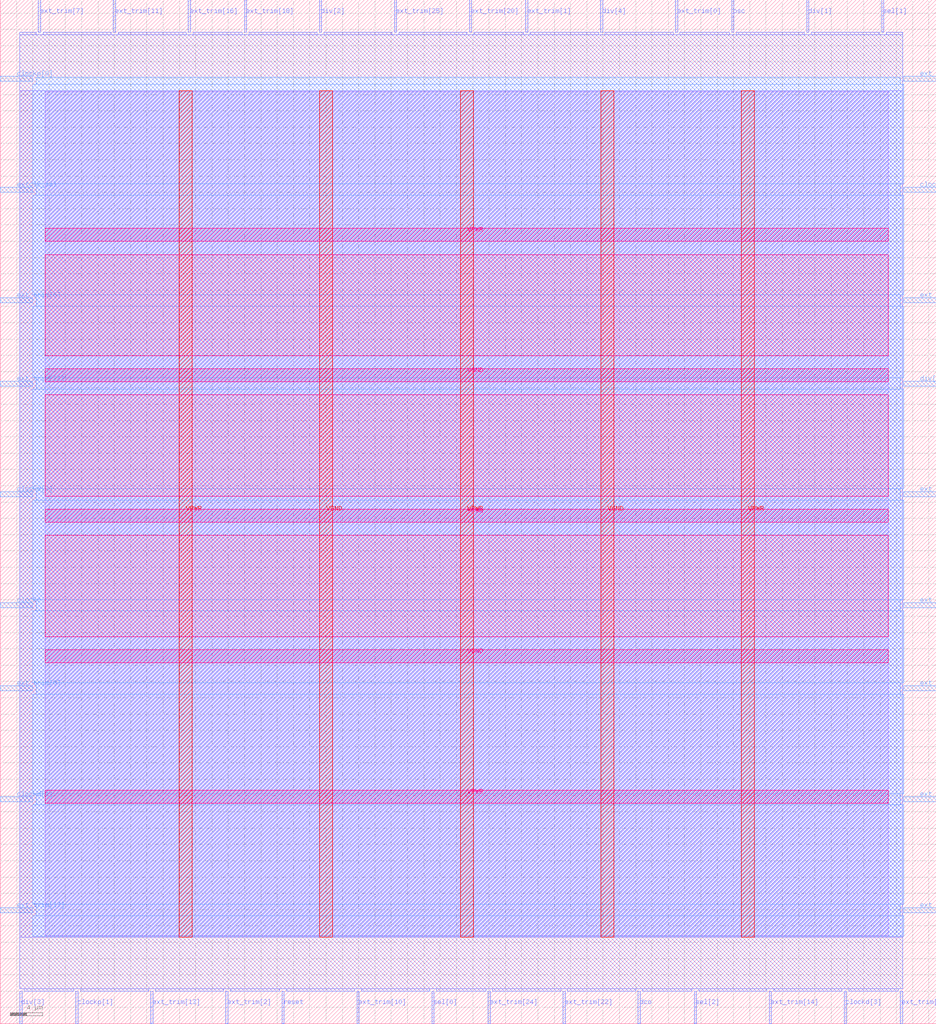
<source format=lef>
VERSION 5.7 ;
  NOWIREEXTENSIONATPIN ON ;
  DIVIDERCHAR "/" ;
  BUSBITCHARS "[]" ;
MACRO digital_pll
  CLASS BLOCK ;
  FOREIGN digital_pll ;
  ORIGIN 0.000 0.000 ;
  SIZE 114.895 BY 125.615 ;
  PIN clockc
    DIRECTION OUTPUT TRISTATE ;
    USE SIGNAL ;
    PORT
      LAYER met3 ;
        RECT 0.000 51.040 4.000 51.640 ;
    END
  END clockc
  PIN clockd[0]
    DIRECTION OUTPUT TRISTATE ;
    USE SIGNAL ;
    PORT
      LAYER met3 ;
        RECT 0.000 64.640 4.000 65.240 ;
    END
  END clockd[0]
  PIN clockd[1]
    DIRECTION OUTPUT TRISTATE ;
    USE SIGNAL ;
    PORT
      LAYER met3 ;
        RECT 0.000 27.240 4.000 27.840 ;
    END
  END clockd[1]
  PIN clockd[2]
    DIRECTION OUTPUT TRISTATE ;
    USE SIGNAL ;
    PORT
      LAYER met3 ;
        RECT 110.895 102.040 114.895 102.640 ;
    END
  END clockd[2]
  PIN clockd[3]
    DIRECTION OUTPUT TRISTATE ;
    USE SIGNAL ;
    PORT
      LAYER met2 ;
        RECT 103.590 0.000 103.870 4.000 ;
    END
  END clockd[3]
  PIN clockp[0]
    DIRECTION OUTPUT TRISTATE ;
    USE SIGNAL ;
    PORT
      LAYER met3 ;
        RECT 0.000 115.640 4.000 116.240 ;
    END
  END clockp[0]
  PIN clockp[1]
    DIRECTION OUTPUT TRISTATE ;
    USE SIGNAL ;
    PORT
      LAYER met2 ;
        RECT 9.290 0.000 9.570 4.000 ;
    END
  END clockp[1]
  PIN dco
    DIRECTION INPUT ;
    USE SIGNAL ;
    PORT
      LAYER met2 ;
        RECT 78.290 0.000 78.570 4.000 ;
    END
  END dco
  PIN div[0]
    DIRECTION INPUT ;
    USE SIGNAL ;
    PORT
      LAYER met3 ;
        RECT 110.895 78.240 114.895 78.840 ;
    END
  END div[0]
  PIN div[1]
    DIRECTION INPUT ;
    USE SIGNAL ;
    PORT
      LAYER met2 ;
        RECT 98.990 121.615 99.270 125.615 ;
    END
  END div[1]
  PIN div[2]
    DIRECTION INPUT ;
    USE SIGNAL ;
    PORT
      LAYER met2 ;
        RECT 39.190 121.615 39.470 125.615 ;
    END
  END div[2]
  PIN div[3]
    DIRECTION INPUT ;
    USE SIGNAL ;
    PORT
      LAYER met2 ;
        RECT 2.390 0.000 2.670 4.000 ;
    END
  END div[3]
  PIN div[4]
    DIRECTION INPUT ;
    USE SIGNAL ;
    PORT
      LAYER met2 ;
        RECT 73.690 121.615 73.970 125.615 ;
    END
  END div[4]
  PIN ext_trim[0]
    DIRECTION INPUT ;
    USE SIGNAL ;
    PORT
      LAYER met2 ;
        RECT 82.890 121.615 83.170 125.615 ;
    END
  END ext_trim[0]
  PIN ext_trim[10]
    DIRECTION INPUT ;
    USE SIGNAL ;
    PORT
      LAYER met2 ;
        RECT 43.790 0.000 44.070 4.000 ;
    END
  END ext_trim[10]
  PIN ext_trim[11]
    DIRECTION INPUT ;
    USE SIGNAL ;
    PORT
      LAYER met2 ;
        RECT 13.890 121.615 14.170 125.615 ;
    END
  END ext_trim[11]
  PIN ext_trim[12]
    DIRECTION INPUT ;
    USE SIGNAL ;
    PORT
      LAYER met3 ;
        RECT 110.895 27.240 114.895 27.840 ;
    END
  END ext_trim[12]
  PIN ext_trim[13]
    DIRECTION INPUT ;
    USE SIGNAL ;
    PORT
      LAYER met2 ;
        RECT 18.490 0.000 18.770 4.000 ;
    END
  END ext_trim[13]
  PIN ext_trim[14]
    DIRECTION INPUT ;
    USE SIGNAL ;
    PORT
      LAYER met2 ;
        RECT 94.390 0.000 94.670 4.000 ;
    END
  END ext_trim[14]
  PIN ext_trim[15]
    DIRECTION INPUT ;
    USE SIGNAL ;
    PORT
      LAYER met3 ;
        RECT 110.895 88.440 114.895 89.040 ;
    END
  END ext_trim[15]
  PIN ext_trim[16]
    DIRECTION INPUT ;
    USE SIGNAL ;
    PORT
      LAYER met2 ;
        RECT 23.090 121.615 23.370 125.615 ;
    END
  END ext_trim[16]
  PIN ext_trim[17]
    DIRECTION INPUT ;
    USE SIGNAL ;
    PORT
      LAYER met3 ;
        RECT 0.000 13.640 4.000 14.240 ;
    END
  END ext_trim[17]
  PIN ext_trim[18]
    DIRECTION INPUT ;
    USE SIGNAL ;
    PORT
      LAYER met2 ;
        RECT 29.990 121.615 30.270 125.615 ;
    END
  END ext_trim[18]
  PIN ext_trim[19]
    DIRECTION INPUT ;
    USE SIGNAL ;
    PORT
      LAYER met3 ;
        RECT 110.895 51.040 114.895 51.640 ;
    END
  END ext_trim[19]
  PIN ext_trim[1]
    DIRECTION INPUT ;
    USE SIGNAL ;
    PORT
      LAYER met2 ;
        RECT 64.490 121.615 64.770 125.615 ;
    END
  END ext_trim[1]
  PIN ext_trim[20]
    DIRECTION INPUT ;
    USE SIGNAL ;
    PORT
      LAYER met2 ;
        RECT 57.590 121.615 57.870 125.615 ;
    END
  END ext_trim[20]
  PIN ext_trim[21]
    DIRECTION INPUT ;
    USE SIGNAL ;
    PORT
      LAYER met3 ;
        RECT 0.000 78.240 4.000 78.840 ;
    END
  END ext_trim[21]
  PIN ext_trim[22]
    DIRECTION INPUT ;
    USE SIGNAL ;
    PORT
      LAYER met2 ;
        RECT 69.090 0.000 69.370 4.000 ;
    END
  END ext_trim[22]
  PIN ext_trim[23]
    DIRECTION INPUT ;
    USE SIGNAL ;
    PORT
      LAYER met3 ;
        RECT 110.895 115.640 114.895 116.240 ;
    END
  END ext_trim[23]
  PIN ext_trim[24]
    DIRECTION INPUT ;
    USE SIGNAL ;
    PORT
      LAYER met2 ;
        RECT 59.890 0.000 60.170 4.000 ;
    END
  END ext_trim[24]
  PIN ext_trim[25]
    DIRECTION INPUT ;
    USE SIGNAL ;
    PORT
      LAYER met2 ;
        RECT 48.390 121.615 48.670 125.615 ;
    END
  END ext_trim[25]
  PIN ext_trim[2]
    DIRECTION INPUT ;
    USE SIGNAL ;
    PORT
      LAYER met2 ;
        RECT 27.690 0.000 27.970 4.000 ;
    END
  END ext_trim[2]
  PIN ext_trim[3]
    DIRECTION INPUT ;
    USE SIGNAL ;
    PORT
      LAYER met3 ;
        RECT 110.895 40.840 114.895 41.440 ;
    END
  END ext_trim[3]
  PIN ext_trim[4]
    DIRECTION INPUT ;
    USE SIGNAL ;
    PORT
      LAYER met2 ;
        RECT 110.490 0.000 110.770 4.000 ;
    END
  END ext_trim[4]
  PIN ext_trim[5]
    DIRECTION INPUT ;
    USE SIGNAL ;
    PORT
      LAYER met3 ;
        RECT 110.895 64.640 114.895 65.240 ;
    END
  END ext_trim[5]
  PIN ext_trim[6]
    DIRECTION INPUT ;
    USE SIGNAL ;
    PORT
      LAYER met3 ;
        RECT 0.000 88.440 4.000 89.040 ;
    END
  END ext_trim[6]
  PIN ext_trim[7]
    DIRECTION INPUT ;
    USE SIGNAL ;
    PORT
      LAYER met2 ;
        RECT 4.690 121.615 4.970 125.615 ;
    END
  END ext_trim[7]
  PIN ext_trim[8]
    DIRECTION INPUT ;
    USE SIGNAL ;
    PORT
      LAYER met3 ;
        RECT 0.000 40.840 4.000 41.440 ;
    END
  END ext_trim[8]
  PIN ext_trim[9]
    DIRECTION INPUT ;
    USE SIGNAL ;
    PORT
      LAYER met3 ;
        RECT 110.895 13.640 114.895 14.240 ;
    END
  END ext_trim[9]
  PIN extclk_sel
    DIRECTION INPUT ;
    USE SIGNAL ;
    PORT
      LAYER met3 ;
        RECT 0.000 102.040 4.000 102.640 ;
    END
  END extclk_sel
  PIN osc
    DIRECTION INPUT ;
    USE SIGNAL ;
    PORT
      LAYER met2 ;
        RECT 89.790 121.615 90.070 125.615 ;
    END
  END osc
  PIN reset
    DIRECTION INPUT ;
    USE SIGNAL ;
    PORT
      LAYER met2 ;
        RECT 34.590 0.000 34.870 4.000 ;
    END
  END reset
  PIN sel[0]
    DIRECTION INPUT ;
    USE SIGNAL ;
    PORT
      LAYER met2 ;
        RECT 52.990 0.000 53.270 4.000 ;
    END
  END sel[0]
  PIN sel[1]
    DIRECTION INPUT ;
    USE SIGNAL ;
    PORT
      LAYER met2 ;
        RECT 108.190 121.615 108.470 125.615 ;
    END
  END sel[1]
  PIN sel[2]
    DIRECTION INPUT ;
    USE SIGNAL ;
    PORT
      LAYER met2 ;
        RECT 85.190 0.000 85.470 4.000 ;
    END
  END sel[2]
  PIN VPWR
    DIRECTION INOUT ;
    USE POWER ;
    PORT
      LAYER met4 ;
        RECT 90.970 10.640 92.570 114.480 ;
    END
  END VPWR
  PIN VPWR
    DIRECTION INOUT ;
    USE POWER ;
    PORT
      LAYER met4 ;
        RECT 56.470 10.640 58.070 114.480 ;
    END
  END VPWR
  PIN VPWR
    DIRECTION INOUT ;
    USE POWER ;
    PORT
      LAYER met4 ;
        RECT 21.970 10.640 23.570 114.480 ;
    END
  END VPWR
  PIN VPWR
    DIRECTION INOUT ;
    USE POWER ;
    PORT
      LAYER met5 ;
        RECT 5.520 95.975 109.020 97.575 ;
    END
  END VPWR
  PIN VPWR
    DIRECTION INOUT ;
    USE POWER ;
    PORT
      LAYER met5 ;
        RECT 5.520 61.520 109.020 63.120 ;
    END
  END VPWR
  PIN VPWR
    DIRECTION INOUT ;
    USE POWER ;
    PORT
      LAYER met5 ;
        RECT 5.520 27.065 109.020 28.665 ;
    END
  END VPWR
  PIN VGND
    DIRECTION INOUT ;
    USE GROUND ;
    PORT
      LAYER met4 ;
        RECT 73.720 10.640 75.320 114.480 ;
    END
  END VGND
  PIN VGND
    DIRECTION INOUT ;
    USE GROUND ;
    PORT
      LAYER met4 ;
        RECT 39.220 10.640 40.820 114.480 ;
    END
  END VGND
  PIN VGND
    DIRECTION INOUT ;
    USE GROUND ;
    PORT
      LAYER met5 ;
        RECT 5.520 78.745 109.020 80.345 ;
    END
  END VGND
  PIN VGND
    DIRECTION INOUT ;
    USE GROUND ;
    PORT
      LAYER met5 ;
        RECT 5.520 44.295 109.020 45.895 ;
    END
  END VGND
  OBS
      LAYER li1 ;
        RECT 5.520 10.795 109.020 114.325 ;
      LAYER met1 ;
        RECT 2.370 10.640 110.790 114.480 ;
      LAYER met2 ;
        RECT 2.400 121.335 4.410 121.615 ;
        RECT 5.250 121.335 13.610 121.615 ;
        RECT 14.450 121.335 22.810 121.615 ;
        RECT 23.650 121.335 29.710 121.615 ;
        RECT 30.550 121.335 38.910 121.615 ;
        RECT 39.750 121.335 48.110 121.615 ;
        RECT 48.950 121.335 57.310 121.615 ;
        RECT 58.150 121.335 64.210 121.615 ;
        RECT 65.050 121.335 73.410 121.615 ;
        RECT 74.250 121.335 82.610 121.615 ;
        RECT 83.450 121.335 89.510 121.615 ;
        RECT 90.350 121.335 98.710 121.615 ;
        RECT 99.550 121.335 107.910 121.615 ;
        RECT 108.750 121.335 110.760 121.615 ;
        RECT 2.400 4.280 110.760 121.335 ;
        RECT 2.950 4.000 9.010 4.280 ;
        RECT 9.850 4.000 18.210 4.280 ;
        RECT 19.050 4.000 27.410 4.280 ;
        RECT 28.250 4.000 34.310 4.280 ;
        RECT 35.150 4.000 43.510 4.280 ;
        RECT 44.350 4.000 52.710 4.280 ;
        RECT 53.550 4.000 59.610 4.280 ;
        RECT 60.450 4.000 68.810 4.280 ;
        RECT 69.650 4.000 78.010 4.280 ;
        RECT 78.850 4.000 84.910 4.280 ;
        RECT 85.750 4.000 94.110 4.280 ;
        RECT 94.950 4.000 103.310 4.280 ;
        RECT 104.150 4.000 110.210 4.280 ;
      LAYER met3 ;
        RECT 4.400 115.240 110.495 116.105 ;
        RECT 4.000 103.040 110.895 115.240 ;
        RECT 4.400 101.640 110.495 103.040 ;
        RECT 4.000 89.440 110.895 101.640 ;
        RECT 4.400 88.040 110.495 89.440 ;
        RECT 4.000 79.240 110.895 88.040 ;
        RECT 4.400 77.840 110.495 79.240 ;
        RECT 4.000 65.640 110.895 77.840 ;
        RECT 4.400 64.240 110.495 65.640 ;
        RECT 4.000 52.040 110.895 64.240 ;
        RECT 4.400 50.640 110.495 52.040 ;
        RECT 4.000 41.840 110.895 50.640 ;
        RECT 4.400 40.440 110.495 41.840 ;
        RECT 4.000 28.240 110.895 40.440 ;
        RECT 4.400 26.840 110.495 28.240 ;
        RECT 4.000 14.640 110.895 26.840 ;
        RECT 4.400 13.240 110.495 14.640 ;
        RECT 4.000 10.715 110.895 13.240 ;
      LAYER met5 ;
        RECT 5.520 81.945 109.020 94.375 ;
        RECT 5.520 64.720 109.020 77.145 ;
        RECT 5.520 47.495 109.020 59.920 ;
  END
END digital_pll
END LIBRARY


</source>
